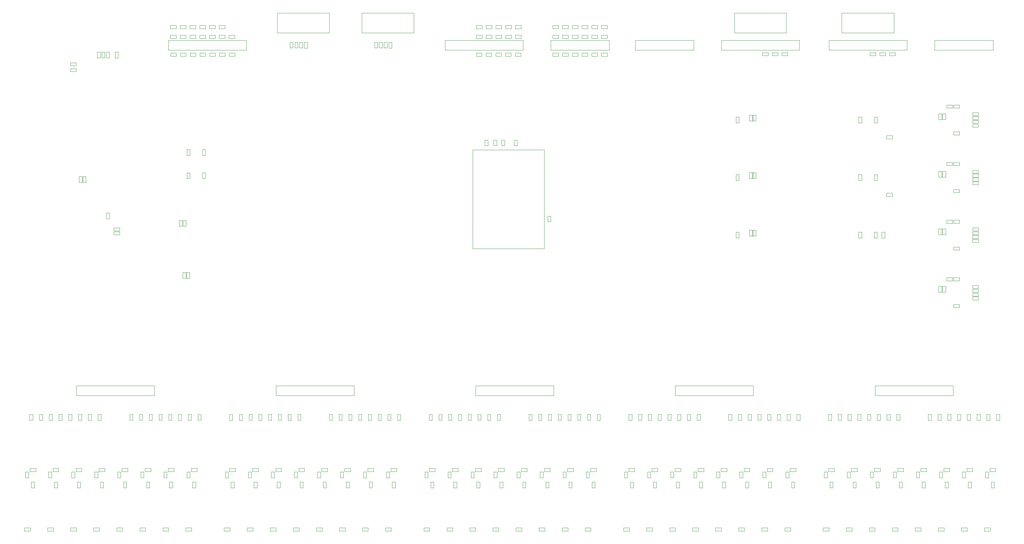
<source format=gbr>
%TF.GenerationSoftware,Altium Limited,Altium Designer,20.0.13 (296)*%
G04 Layer_Color=8388736*
%FSLAX26Y26*%
%MOIN*%
%TF.FileFunction,Other,Top_Assembly*%
%TF.Part,Single*%
G01*
G75*
%TA.AperFunction,NonConductor*%
%ADD57C,0.001968*%
D57*
X5268901Y212599D02*
Y244095D01*
X5209846Y212599D02*
Y244095D01*
Y212599D02*
X5268901D01*
X5209846Y244095D02*
X5268901D01*
X5505121Y212599D02*
Y244095D01*
X5446066Y212599D02*
Y244095D01*
Y212599D02*
X5505121D01*
X5446066Y244095D02*
X5505121D01*
X5741342Y212599D02*
Y244095D01*
X5682287Y212599D02*
Y244095D01*
Y212599D02*
X5741342D01*
X5682287Y244095D02*
X5741342D01*
X5977562Y212599D02*
Y244095D01*
X5918507Y212599D02*
Y244095D01*
Y212599D02*
X5977562D01*
X5918507Y244095D02*
X5977562D01*
X6371263Y212599D02*
Y244095D01*
X6312208Y212599D02*
Y244095D01*
Y212599D02*
X6371263D01*
X6312208Y244095D02*
X6371263D01*
X6607484Y212599D02*
Y244095D01*
X6548428Y212599D02*
Y244095D01*
Y212599D02*
X6607484D01*
X6548428Y244095D02*
X6607484D01*
X6843704Y212599D02*
Y244095D01*
X6784649Y212599D02*
Y244095D01*
Y212599D02*
X6843704D01*
X6784649Y244095D02*
X6843704D01*
X7079924Y212599D02*
Y244095D01*
X7020869Y212599D02*
Y244095D01*
Y212599D02*
X7079924D01*
X7020869Y244095D02*
X7079924D01*
X7316145Y212599D02*
Y244095D01*
X7257090Y212599D02*
Y244095D01*
Y212599D02*
X7316145D01*
X7257090Y244095D02*
X7316145D01*
X7552365Y212599D02*
Y244095D01*
X7493310Y212599D02*
Y244095D01*
Y212599D02*
X7552365D01*
X7493310Y244095D02*
X7552365D01*
X7788586Y212599D02*
Y244095D01*
X7729531Y212599D02*
Y244095D01*
Y212599D02*
X7788586D01*
X7729531Y244095D02*
X7788586D01*
X8024806Y212599D02*
Y244095D01*
X7965751Y212599D02*
Y244095D01*
Y212599D02*
X8024806D01*
X7965751Y244095D02*
X8024806D01*
X10072050Y212599D02*
Y244095D01*
X10012995Y212599D02*
Y244095D01*
Y212599D02*
X10072050D01*
X10012995Y244095D02*
X10072050D01*
X9835830Y212599D02*
Y244095D01*
X9776775Y212599D02*
Y244095D01*
Y212599D02*
X9835830D01*
X9776775Y244095D02*
X9835830D01*
X9599610Y212599D02*
Y244095D01*
X9540554Y212599D02*
Y244095D01*
Y212599D02*
X9599610D01*
X9540554Y244095D02*
X9599610D01*
X9363389Y212599D02*
Y244095D01*
X9304334Y212599D02*
Y244095D01*
Y212599D02*
X9363389D01*
X9304334Y244095D02*
X9363389D01*
X9127168Y212599D02*
Y244095D01*
X9068113Y212599D02*
Y244095D01*
Y212599D02*
X9127168D01*
X9068113Y244095D02*
X9127168D01*
X8890948Y212599D02*
Y244095D01*
X8831893Y212599D02*
Y244095D01*
Y212599D02*
X8890948D01*
X8831893Y244095D02*
X8890948D01*
X8654728Y212599D02*
Y244095D01*
X8595672Y212599D02*
Y244095D01*
Y212599D02*
X8654728D01*
X8595672Y244095D02*
X8654728D01*
X8418507Y212599D02*
Y244095D01*
X8359452Y212599D02*
Y244095D01*
Y212599D02*
X8418507D01*
X8359452Y244095D02*
X8418507D01*
X1795276Y3339764D02*
Y3398819D01*
X1826772Y3339764D02*
Y3398819D01*
X1795276Y3339764D02*
X1826772D01*
X1795276Y3398819D02*
X1826772D01*
X1755906D02*
X1787401D01*
X1755906Y3339764D02*
X1787401D01*
Y3398819D01*
X1755906Y3339764D02*
Y3398819D01*
X1834646Y3887008D02*
X1866142D01*
X1834646Y3827953D02*
X1866142D01*
Y3887008D01*
X1834646Y3827953D02*
Y3887008D01*
X2023622Y3828740D02*
Y3887795D01*
X1992126Y3828740D02*
Y3887795D01*
X2023622D01*
X1992126Y3828740D02*
X2023622D01*
Y4064961D02*
Y4124016D01*
X1992126Y4064961D02*
Y4124016D01*
X2023622D01*
X1992126Y4064961D02*
X2023622D01*
X1834646Y4124016D02*
X1866142D01*
X1834646Y4064961D02*
X1866142D01*
Y4124016D01*
X1834646Y4064961D02*
Y4124016D01*
X762205Y3789370D02*
Y3848425D01*
X730709Y3789370D02*
Y3848425D01*
X762205D01*
X730709Y3789370D02*
X762205D01*
X769291D02*
X800787D01*
X769291Y3848425D02*
X800787D01*
X769291Y3789370D02*
Y3848425D01*
X800787Y3789370D02*
Y3848425D01*
X1085827Y3283465D02*
X1144882D01*
X1085827Y3251968D02*
X1144882D01*
X1085827D02*
Y3283465D01*
X1144882Y3251968D02*
Y3283465D01*
X1085827Y3322835D02*
X1144882D01*
X1085827Y3291339D02*
X1144882D01*
X1085827D02*
Y3322835D01*
X1144882Y3291339D02*
Y3322835D01*
X1007874Y3416142D02*
X1039370D01*
X1007874Y3475197D02*
X1039370D01*
X1007874Y3416142D02*
Y3475197D01*
X1039370Y3416142D02*
Y3475197D01*
X7639370Y3238189D02*
X7670866D01*
X7639370Y3297244D02*
X7670866D01*
X7639370Y3238189D02*
Y3297244D01*
X7670866Y3238189D02*
Y3297244D01*
X7635433Y3238189D02*
Y3297244D01*
X7603937Y3238189D02*
Y3297244D01*
X7635433D01*
X7603937Y3238189D02*
X7635433D01*
X7464567Y3218504D02*
Y3277559D01*
X7496063Y3218504D02*
Y3277559D01*
X7464567Y3218504D02*
X7496063D01*
X7464567Y3277559D02*
X7496063D01*
X7639370Y3828740D02*
X7670866D01*
X7639370Y3887795D02*
X7670866D01*
X7639370Y3828740D02*
Y3887795D01*
X7670866Y3828740D02*
Y3887795D01*
X7635433Y3828740D02*
Y3887795D01*
X7603937Y3828740D02*
Y3887795D01*
X7635433D01*
X7603937Y3828740D02*
X7635433D01*
X7464567Y3809055D02*
Y3868110D01*
X7496063Y3809055D02*
Y3868110D01*
X7464567Y3809055D02*
X7496063D01*
X7464567Y3868110D02*
X7496063D01*
X7639370Y4419291D02*
X7670866D01*
X7639370Y4478346D02*
X7670866D01*
X7639370Y4419291D02*
Y4478346D01*
X7670866Y4419291D02*
Y4478346D01*
X7635433Y4419291D02*
Y4478346D01*
X7603937Y4419291D02*
Y4478346D01*
X7635433D01*
X7603937Y4419291D02*
X7635433D01*
X7464567Y4399606D02*
Y4458662D01*
X7496063Y4399606D02*
Y4458662D01*
X7464567Y4399606D02*
X7496063D01*
X7464567Y4458662D02*
X7496063D01*
X8724409Y3218504D02*
Y3277559D01*
X8755906Y3218504D02*
Y3277559D01*
X8724409Y3218504D02*
X8755906D01*
X8724409Y3277559D02*
X8755906D01*
X8881890Y3218504D02*
X8913386D01*
X8881890Y3277559D02*
X8913386D01*
X8881890Y3218504D02*
Y3277559D01*
X8913386Y3218504D02*
Y3277559D01*
X8992126Y3218504D02*
Y3277559D01*
X8960630Y3218504D02*
Y3277559D01*
X8992126D01*
X8960630Y3218504D02*
X8992126D01*
X8881890Y3809055D02*
X8913386D01*
X8881890Y3868110D02*
X8913386D01*
X8881890Y3809055D02*
Y3868110D01*
X8913386Y3809055D02*
Y3868110D01*
X8724409Y3809055D02*
Y3868110D01*
X8755906Y3809055D02*
Y3868110D01*
X8724409Y3809055D02*
X8755906D01*
X8724409Y3868110D02*
X8755906D01*
X8881890Y4399606D02*
X8913386D01*
X8881890Y4458662D02*
X8913386D01*
X8881890Y4399606D02*
Y4458662D01*
X8913386Y4399606D02*
Y4458662D01*
X8724409Y4399606D02*
Y4458662D01*
X8755906Y4399606D02*
Y4458662D01*
X8724409Y4399606D02*
X8755906D01*
X8724409Y4458662D02*
X8755906D01*
X9009055Y3645669D02*
X9068110D01*
X9009055Y3677165D02*
X9068110D01*
Y3645669D02*
Y3677165D01*
X9009055Y3645669D02*
Y3677165D01*
Y4236221D02*
X9068110D01*
X9009055Y4267717D02*
X9068110D01*
Y4236221D02*
Y4267717D01*
X9009055Y4236221D02*
Y4267717D01*
X9891732Y2614173D02*
X9950787D01*
X9891732Y2582677D02*
X9950787D01*
X9891732D02*
Y2614173D01*
X9950787Y2582677D02*
Y2614173D01*
X9891732Y2622047D02*
X9950787D01*
X9891732Y2653543D02*
X9950787D01*
Y2622047D02*
Y2653543D01*
X9891732Y2622047D02*
Y2653543D01*
Y2692913D02*
X9950787D01*
X9891732Y2661417D02*
X9950787D01*
X9891732D02*
Y2692913D01*
X9950787Y2661417D02*
Y2692913D01*
X9891732Y2732283D02*
X9950787D01*
X9891732Y2700787D02*
X9950787D01*
X9891732D02*
Y2732283D01*
X9950787Y2700787D02*
Y2732283D01*
X9891732Y3204724D02*
X9950787D01*
X9891732Y3173228D02*
X9950787D01*
X9891732D02*
Y3204724D01*
X9950787Y3173228D02*
Y3204724D01*
X9891732Y3212599D02*
X9950787D01*
X9891732Y3244095D02*
X9950787D01*
Y3212599D02*
Y3244095D01*
X9891732Y3212599D02*
Y3244095D01*
Y3283465D02*
X9950787D01*
X9891732Y3251968D02*
X9950787D01*
X9891732D02*
Y3283465D01*
X9950787Y3251968D02*
Y3283465D01*
X9891732Y3322835D02*
X9950787D01*
X9891732Y3291339D02*
X9950787D01*
X9891732D02*
Y3322835D01*
X9950787Y3291339D02*
Y3322835D01*
X9891732Y3795276D02*
X9950787D01*
X9891732Y3763780D02*
X9950787D01*
X9891732D02*
Y3795276D01*
X9950787Y3763780D02*
Y3795276D01*
X9891732Y3803150D02*
X9950787D01*
X9891732Y3834646D02*
X9950787D01*
Y3803150D02*
Y3834646D01*
X9891732Y3803150D02*
Y3834646D01*
Y3874016D02*
X9950787D01*
X9891732Y3842520D02*
X9950787D01*
X9891732D02*
Y3874016D01*
X9950787Y3842520D02*
Y3874016D01*
X9891732Y3913386D02*
X9950787D01*
X9891732Y3881890D02*
X9950787D01*
X9891732D02*
Y3913386D01*
X9950787Y3881890D02*
Y3913386D01*
X9695472Y3685039D02*
X9754528D01*
X9695472Y3716535D02*
X9754528D01*
Y3685039D02*
Y3716535D01*
X9695472Y3685039D02*
Y3716535D01*
Y3094488D02*
X9754528D01*
X9695472Y3125984D02*
X9754528D01*
Y3094488D02*
Y3125984D01*
X9695472Y3094488D02*
Y3125984D01*
Y2503937D02*
X9754528D01*
X9695472Y2535433D02*
X9754528D01*
Y2503937D02*
Y2535433D01*
X9695472Y2503937D02*
Y2535433D01*
Y2779528D02*
X9754528D01*
X9695472Y2811024D02*
X9754528D01*
Y2779528D02*
Y2811024D01*
X9695472Y2779528D02*
Y2811024D01*
Y3370079D02*
X9754528D01*
X9695472Y3401575D02*
X9754528D01*
Y3370079D02*
Y3401575D01*
X9695472Y3370079D02*
Y3401575D01*
Y3960630D02*
X9754528D01*
X9695472Y3992126D02*
X9754528D01*
Y3960630D02*
Y3992126D01*
X9695472Y3960630D02*
Y3992126D01*
X9584252Y2662205D02*
X9615748D01*
X9584252Y2721260D02*
X9615748D01*
X9584252Y2662205D02*
Y2721260D01*
X9615748Y2662205D02*
Y2721260D01*
X9584252Y3252756D02*
X9615748D01*
X9584252Y3311811D02*
X9615748D01*
X9584252Y3252756D02*
Y3311811D01*
X9615748Y3252756D02*
Y3311811D01*
X9584252Y3843307D02*
X9615748D01*
X9584252Y3902362D02*
X9615748D01*
X9584252Y3843307D02*
Y3902362D01*
X9615748Y3843307D02*
Y3902362D01*
X9686496Y3960630D02*
Y3992126D01*
X9627441Y3960630D02*
Y3992126D01*
Y3960630D02*
X9686496D01*
X9627441Y3992126D02*
X9686496D01*
Y3370079D02*
Y3401575D01*
X9627441Y3370079D02*
Y3401575D01*
Y3370079D02*
X9686496D01*
X9627441Y3401575D02*
X9686496D01*
Y2779528D02*
Y2811024D01*
X9627441Y2779528D02*
Y2811024D01*
Y2779528D02*
X9686496D01*
X9627441Y2811024D02*
X9686496D01*
X9575748Y2661417D02*
Y2720472D01*
X9544252Y2661417D02*
Y2720472D01*
X9575748D01*
X9544252Y2661417D02*
X9575748D01*
Y3251968D02*
Y3311024D01*
X9544252Y3251968D02*
Y3311024D01*
X9575748D01*
X9544252Y3251968D02*
X9575748D01*
Y3842520D02*
Y3901575D01*
X9544252Y3842520D02*
Y3901575D01*
X9575748D01*
X9544252Y3842520D02*
X9575748D01*
Y4433071D02*
Y4492126D01*
X9544252Y4433071D02*
Y4492126D01*
X9575748D01*
X9544252Y4433071D02*
X9575748D01*
X9584252Y4433858D02*
X9615748D01*
X9584252Y4492913D02*
X9615748D01*
X9584252Y4433858D02*
Y4492913D01*
X9615748Y4433858D02*
Y4492913D01*
X9695472Y4275591D02*
X9754528D01*
X9695472Y4307087D02*
X9754528D01*
Y4275591D02*
Y4307087D01*
X9695472Y4275591D02*
Y4307087D01*
Y4551181D02*
X9754528D01*
X9695472Y4582677D02*
X9754528D01*
Y4551181D02*
Y4582677D01*
X9695472Y4551181D02*
Y4582677D01*
X9686496Y4551181D02*
Y4582677D01*
X9627441Y4551181D02*
Y4582677D01*
Y4551181D02*
X9686496D01*
X9627441Y4582677D02*
X9686496D01*
X9891732Y4385827D02*
X9950787D01*
X9891732Y4354331D02*
X9950787D01*
X9891732D02*
Y4385827D01*
X9950787Y4354331D02*
Y4385827D01*
X9891732Y4393701D02*
X9950787D01*
X9891732Y4425197D02*
X9950787D01*
Y4393701D02*
Y4425197D01*
X9891732Y4393701D02*
Y4425197D01*
Y4464567D02*
X9950787D01*
X9891732Y4433071D02*
X9950787D01*
X9891732D02*
Y4464567D01*
X9950787Y4433071D02*
Y4464567D01*
X9891732Y4503937D02*
X9950787D01*
X9891732Y4472441D02*
X9950787D01*
X9891732D02*
Y4503937D01*
X9950787Y4472441D02*
Y4503937D01*
X7032283Y5146850D02*
Y5246850D01*
X6432283Y5146850D02*
Y5246850D01*
Y5146850D02*
X7032283D01*
X6432283Y5246850D02*
X7032283D01*
X6166142Y5146850D02*
Y5246850D01*
X5566142Y5146850D02*
Y5246850D01*
Y5146850D02*
X6166142D01*
X5566142Y5246850D02*
X6166142D01*
X5281890Y5146850D02*
Y5246850D01*
X4481890Y5146850D02*
Y5246850D01*
Y5146850D02*
X5281890D01*
X4481890Y5246850D02*
X5281890D01*
X3905921Y5166535D02*
Y5225591D01*
X3937417Y5166535D02*
Y5225591D01*
X3905921Y5166535D02*
X3937417D01*
X3905921Y5225591D02*
X3937417D01*
X3856709Y5167323D02*
X3888205D01*
X3856709Y5226378D02*
X3888205D01*
X3856709Y5167323D02*
Y5226378D01*
X3888205Y5167323D02*
Y5226378D01*
X3807496Y5167323D02*
X3838992D01*
X3807496Y5226378D02*
X3838992D01*
X3807496Y5167323D02*
Y5226378D01*
X3838992Y5167323D02*
Y5226378D01*
X3758284Y5167323D02*
Y5226378D01*
X3789780Y5167323D02*
Y5226378D01*
X3758284Y5167323D02*
X3789780D01*
X3758284Y5226378D02*
X3789780D01*
X3039780Y5166535D02*
Y5225591D01*
X3071276Y5166535D02*
Y5225591D01*
X3039780Y5166535D02*
X3071276D01*
X3039780Y5225591D02*
X3071276D01*
X2990567Y5167323D02*
X3022063D01*
X2990567Y5226378D02*
X3022063D01*
X2990567Y5167323D02*
Y5226378D01*
X3022063Y5167323D02*
Y5226378D01*
X2941354Y5167323D02*
X2972850D01*
X2941354Y5226378D02*
X2972850D01*
X2941354Y5167323D02*
Y5226378D01*
X2972850Y5167323D02*
Y5226378D01*
X2892142Y5167323D02*
Y5226378D01*
X2923638Y5167323D02*
Y5226378D01*
X2892142Y5167323D02*
X2923638D01*
X2892142Y5226378D02*
X2923638D01*
X3629638Y5526575D02*
X4163638D01*
X3629638Y5323575D02*
X4163638D01*
X3629638D02*
Y5526575D01*
X4163638Y5323575D02*
Y5526575D01*
X2763496D02*
X3297496D01*
X2763496Y5323575D02*
X3297496D01*
X2763496D02*
Y5526575D01*
X3297496Y5323575D02*
Y5526575D01*
X10103150Y5146850D02*
Y5246850D01*
X9503150Y5146850D02*
Y5246850D01*
Y5146850D02*
X10103150D01*
X9503150Y5246850D02*
X10103150D01*
X8550898Y5526575D02*
X9084898D01*
X8550898Y5323575D02*
X9084898D01*
X8550898D02*
Y5526575D01*
X9084898Y5323575D02*
Y5526575D01*
X8418898Y5146850D02*
Y5246850D01*
X9218898Y5146850D02*
Y5246850D01*
X8418898D02*
X9218898D01*
X8418898Y5146850D02*
X9218898D01*
X7448535Y5526575D02*
X7982535D01*
X7448535Y5323575D02*
X7982535D01*
X7448535D02*
Y5526575D01*
X7982535Y5323575D02*
Y5526575D01*
X7737008Y5118776D02*
X7796063D01*
X7737008Y5087280D02*
X7796063D01*
X7737008D02*
Y5118776D01*
X7796063Y5087280D02*
Y5118776D01*
X7837008D02*
X7896063D01*
X7837008Y5087280D02*
X7896063D01*
X7837008D02*
Y5118776D01*
X7896063Y5087280D02*
Y5118776D01*
X7937008D02*
X7996063D01*
X7937008Y5087280D02*
X7996063D01*
X7937008D02*
Y5118776D01*
X7996063Y5087280D02*
Y5118776D01*
X7316535Y5146850D02*
Y5246850D01*
X8116535Y5146850D02*
Y5246850D01*
X7316535D02*
X8116535D01*
X7316535Y5146850D02*
X8116535D01*
X1832284Y2864528D02*
X1863780D01*
X1832284Y2805472D02*
X1863780D01*
Y2864528D01*
X1832284Y2805472D02*
Y2864528D01*
X1793701Y2805472D02*
Y2864528D01*
X1825197Y2805472D02*
Y2864528D01*
X1793701Y2805472D02*
X1825197D01*
X1793701Y2864528D02*
X1825197D01*
X2749606Y1603543D02*
Y1703543D01*
X3549606Y1603543D02*
Y1703543D01*
X2749606D02*
X3549606D01*
X2749606Y1603543D02*
X3549606D01*
X4796850D02*
Y1703543D01*
X5596850Y1603543D02*
Y1703543D01*
X4796850D02*
X5596850D01*
X4796850Y1603543D02*
X5596850D01*
X6844095D02*
Y1703543D01*
X7644095Y1603543D02*
Y1703543D01*
X6844095D02*
X7644095D01*
X6844095Y1603543D02*
X7644095D01*
X8891339D02*
Y1703543D01*
X9691339Y1603543D02*
Y1703543D01*
X8891339D02*
X9691339D01*
X8891339Y1603543D02*
X9691339D01*
X702362D02*
Y1703543D01*
X1502362Y1603543D02*
Y1703543D01*
X702362D02*
X1502362D01*
X702362Y1603543D02*
X1502362D01*
X1768504Y5082677D02*
X1827559D01*
X1768504Y5114173D02*
X1827559D01*
Y5082677D02*
Y5114173D01*
X1768504Y5082677D02*
Y5114173D01*
X1668504Y5082677D02*
X1727559D01*
X1668504Y5114173D02*
X1727559D01*
Y5082677D02*
Y5114173D01*
X1668504Y5082677D02*
Y5114173D01*
X1667717Y5366181D02*
Y5397677D01*
X1726772Y5366181D02*
Y5397677D01*
X1667717D02*
X1726772D01*
X1667717Y5366181D02*
X1726772D01*
X1667717Y5297677D02*
X1726772D01*
X1667717Y5266181D02*
X1726772D01*
X1667717D02*
Y5297677D01*
X1726772Y5266181D02*
Y5297677D01*
X1647244Y5146850D02*
Y5246850D01*
X2447244Y5146850D02*
Y5246850D01*
X1647244D02*
X2447244D01*
X1647244Y5146850D02*
X2447244D01*
X1098425Y5065413D02*
Y5124468D01*
X1129921Y5065413D02*
Y5124468D01*
X1098425Y5065413D02*
X1129921D01*
X1098425Y5124468D02*
X1129921D01*
X1039370Y5065413D02*
Y5124468D01*
X1007874Y5065413D02*
Y5124468D01*
X1039370D01*
X1007874Y5065413D02*
X1039370D01*
X962598D02*
Y5124468D01*
X994094Y5065413D02*
Y5124468D01*
X962598Y5065413D02*
X994094D01*
X962598Y5124468D02*
X994094D01*
X917323Y5065413D02*
Y5124468D01*
X948819Y5065413D02*
Y5124468D01*
X917323Y5065413D02*
X948819D01*
X917323Y5124468D02*
X948819D01*
X5535354Y3384528D02*
Y3443583D01*
X5566850Y3384528D02*
Y3443583D01*
X5535354Y3384528D02*
X5566850D01*
X5535354Y3443583D02*
X5566850D01*
X4764661Y3108472D02*
Y4120472D01*
X5500661Y3108472D02*
Y4120472D01*
X4764661Y3108472D02*
X5500661D01*
X4764661Y4120472D02*
X5500661D01*
X4890472Y4164055D02*
Y4223110D01*
X4921968Y4164055D02*
Y4223110D01*
X4890472Y4164055D02*
X4921968D01*
X4890472Y4223110D02*
X4921968D01*
X4980236Y4164055D02*
Y4223110D01*
X5011732Y4164055D02*
Y4223110D01*
X4980236Y4164055D02*
X5011732D01*
X4980236Y4223110D02*
X5011732D01*
X5062913Y4164055D02*
Y4223110D01*
X5094409Y4164055D02*
Y4223110D01*
X5062913Y4164055D02*
X5094409D01*
X5062913Y4223110D02*
X5094409D01*
X5190472Y4164055D02*
Y4223110D01*
X5221968Y4164055D02*
Y4223110D01*
X5190472Y4164055D02*
X5221968D01*
X5190472Y4223110D02*
X5221968D01*
X3173228Y759213D02*
Y818268D01*
X3204724Y759213D02*
Y818268D01*
X3173228Y759213D02*
X3204724D01*
X3173228Y818268D02*
X3204724D01*
X3409449Y759213D02*
Y818268D01*
X3440945Y759213D02*
Y818268D01*
X3409449Y759213D02*
X3440945D01*
X3409449Y818268D02*
X3440945D01*
X3645669Y759213D02*
Y818268D01*
X3677165Y759213D02*
Y818268D01*
X3645669Y759213D02*
X3677165D01*
X3645669Y818268D02*
X3677165D01*
X3881890Y759213D02*
Y818268D01*
X3913386Y759213D02*
Y818268D01*
X3881890Y759213D02*
X3913386D01*
X3881890Y818268D02*
X3913386D01*
X2228347Y759213D02*
Y818268D01*
X2259843Y759213D02*
Y818268D01*
X2228347Y759213D02*
X2259843D01*
X2228347Y818268D02*
X2259843D01*
X2464567Y759213D02*
Y818268D01*
X2496063Y759213D02*
Y818268D01*
X2464567Y759213D02*
X2496063D01*
X2464567Y818268D02*
X2496063D01*
X2700787Y759213D02*
Y818268D01*
X2732283Y759213D02*
Y818268D01*
X2700787Y759213D02*
X2732283D01*
X2700787Y818268D02*
X2732283D01*
X2937008Y759213D02*
Y818268D01*
X2968504Y759213D02*
Y818268D01*
X2937008Y759213D02*
X2968504D01*
X2937008Y818268D02*
X2968504D01*
X5220472Y759213D02*
Y818268D01*
X5251968Y759213D02*
Y818268D01*
X5220472Y759213D02*
X5251968D01*
X5220472Y818268D02*
X5251968D01*
X5456693Y759213D02*
Y818268D01*
X5488189Y759213D02*
Y818268D01*
X5456693Y759213D02*
X5488189D01*
X5456693Y818268D02*
X5488189D01*
X5692913Y759213D02*
Y818268D01*
X5724409Y759213D02*
Y818268D01*
X5692913Y759213D02*
X5724409D01*
X5692913Y818268D02*
X5724409D01*
X5929134Y759213D02*
Y818268D01*
X5960630Y759213D02*
Y818268D01*
X5929134Y759213D02*
X5960630D01*
X5929134Y818268D02*
X5960630D01*
X4275591Y759213D02*
Y818268D01*
X4307087Y759213D02*
Y818268D01*
X4275591Y759213D02*
X4307087D01*
X4275591Y818268D02*
X4307087D01*
X4511811Y759213D02*
Y818268D01*
X4543307Y759213D02*
Y818268D01*
X4511811Y759213D02*
X4543307D01*
X4511811Y818268D02*
X4543307D01*
X4748032Y759213D02*
Y818268D01*
X4779528Y759213D02*
Y818268D01*
X4748032Y759213D02*
X4779528D01*
X4748032Y818268D02*
X4779528D01*
X4984252Y759213D02*
Y818268D01*
X5015748Y759213D02*
Y818268D01*
X4984252Y759213D02*
X5015748D01*
X4984252Y818268D02*
X5015748D01*
X7267717Y759213D02*
Y818268D01*
X7299213Y759213D02*
Y818268D01*
X7267717Y759213D02*
X7299213D01*
X7267717Y818268D02*
X7299213D01*
X7503937Y759213D02*
Y818268D01*
X7535433Y759213D02*
Y818268D01*
X7503937Y759213D02*
X7535433D01*
X7503937Y818268D02*
X7535433D01*
X7740158Y759213D02*
Y818268D01*
X7771654Y759213D02*
Y818268D01*
X7740158Y759213D02*
X7771654D01*
X7740158Y818268D02*
X7771654D01*
X7976378Y759213D02*
Y818268D01*
X8007874Y759213D02*
Y818268D01*
X7976378Y759213D02*
X8007874D01*
X7976378Y818268D02*
X8007874D01*
X6322835Y759213D02*
Y818268D01*
X6354331Y759213D02*
Y818268D01*
X6322835Y759213D02*
X6354331D01*
X6322835Y818268D02*
X6354331D01*
X6559055Y759213D02*
Y818268D01*
X6590551Y759213D02*
Y818268D01*
X6559055Y759213D02*
X6590551D01*
X6559055Y818268D02*
X6590551D01*
X6795276Y759213D02*
Y818268D01*
X6826772Y759213D02*
Y818268D01*
X6795276Y759213D02*
X6826772D01*
X6795276Y818268D02*
X6826772D01*
X7031496Y759213D02*
Y818268D01*
X7062992Y759213D02*
Y818268D01*
X7031496Y759213D02*
X7062992D01*
X7031496Y818268D02*
X7062992D01*
X9314961Y759213D02*
Y818268D01*
X9346457Y759213D02*
Y818268D01*
X9314961Y759213D02*
X9346457D01*
X9314961Y818268D02*
X9346457D01*
X9551181Y759213D02*
Y818268D01*
X9582677Y759213D02*
Y818268D01*
X9551181Y759213D02*
X9582677D01*
X9551181Y818268D02*
X9582677D01*
X9787402Y759213D02*
Y818268D01*
X9818898Y759213D02*
Y818268D01*
X9787402Y759213D02*
X9818898D01*
X9787402Y818268D02*
X9818898D01*
X10023622Y759213D02*
Y818268D01*
X10055118Y759213D02*
Y818268D01*
X10023622Y759213D02*
X10055118D01*
X10023622Y818268D02*
X10055118D01*
X8370079Y759213D02*
Y818268D01*
X8401575Y759213D02*
Y818268D01*
X8370079Y759213D02*
X8401575D01*
X8370079Y818268D02*
X8401575D01*
X8606299Y759213D02*
Y818268D01*
X8637795Y759213D02*
Y818268D01*
X8606299Y759213D02*
X8637795D01*
X8606299Y818268D02*
X8637795D01*
X8842520Y759213D02*
Y818268D01*
X8874016Y759213D02*
Y818268D01*
X8842520Y759213D02*
X8874016D01*
X8842520Y818268D02*
X8874016D01*
X9078740Y759213D02*
Y818268D01*
X9110236Y759213D02*
Y818268D01*
X9078740Y759213D02*
X9110236D01*
X9078740Y818268D02*
X9110236D01*
X3276772Y822992D02*
Y854488D01*
X3217716Y822992D02*
Y854488D01*
Y822992D02*
X3276772D01*
X3217716Y854488D02*
X3276772D01*
X3512992Y822992D02*
Y854488D01*
X3453937Y822992D02*
Y854488D01*
Y822992D02*
X3512992D01*
X3453937Y854488D02*
X3512992D01*
X3749213Y822992D02*
Y854488D01*
X3690157Y822992D02*
Y854488D01*
Y822992D02*
X3749213D01*
X3690157Y854488D02*
X3749213D01*
X3985433Y822992D02*
Y854488D01*
X3926378Y822992D02*
Y854488D01*
Y822992D02*
X3985433D01*
X3926378Y854488D02*
X3985433D01*
X2331890Y822992D02*
Y854488D01*
X2272835Y822992D02*
Y854488D01*
Y822992D02*
X2331890D01*
X2272835Y854488D02*
X2331890D01*
X2568110Y822992D02*
Y854488D01*
X2509055Y822992D02*
Y854488D01*
Y822992D02*
X2568110D01*
X2509055Y854488D02*
X2568110D01*
X2804331Y822992D02*
Y854488D01*
X2745276Y822992D02*
Y854488D01*
Y822992D02*
X2804331D01*
X2745276Y854488D02*
X2804331D01*
X3040551Y822992D02*
Y854488D01*
X2981496Y822992D02*
Y854488D01*
Y822992D02*
X3040551D01*
X2981496Y854488D02*
X3040551D01*
X5324016Y822992D02*
Y854488D01*
X5264961Y822992D02*
Y854488D01*
Y822992D02*
X5324016D01*
X5264961Y854488D02*
X5324016D01*
X5560236Y822992D02*
Y854488D01*
X5501181Y822992D02*
Y854488D01*
Y822992D02*
X5560236D01*
X5501181Y854488D02*
X5560236D01*
X5796457Y822992D02*
Y854488D01*
X5737401Y822992D02*
Y854488D01*
Y822992D02*
X5796457D01*
X5737401Y854488D02*
X5796457D01*
X6032677Y822992D02*
Y854488D01*
X5973622Y822992D02*
Y854488D01*
Y822992D02*
X6032677D01*
X5973622Y854488D02*
X6032677D01*
X4379134Y822992D02*
Y854488D01*
X4320079Y822992D02*
Y854488D01*
Y822992D02*
X4379134D01*
X4320079Y854488D02*
X4379134D01*
X4615354Y822992D02*
Y854488D01*
X4556299Y822992D02*
Y854488D01*
Y822992D02*
X4615354D01*
X4556299Y854488D02*
X4615354D01*
X4851575Y822992D02*
Y854488D01*
X4792520Y822992D02*
Y854488D01*
Y822992D02*
X4851575D01*
X4792520Y854488D02*
X4851575D01*
X5087795Y822992D02*
Y854488D01*
X5028740Y822992D02*
Y854488D01*
Y822992D02*
X5087795D01*
X5028740Y854488D02*
X5087795D01*
X7371260Y822992D02*
Y854488D01*
X7312205Y822992D02*
Y854488D01*
Y822992D02*
X7371260D01*
X7312205Y854488D02*
X7371260D01*
X7607480Y822992D02*
Y854488D01*
X7548425Y822992D02*
Y854488D01*
Y822992D02*
X7607480D01*
X7548425Y854488D02*
X7607480D01*
X7843701Y822992D02*
Y854488D01*
X7784646Y822992D02*
Y854488D01*
Y822992D02*
X7843701D01*
X7784646Y854488D02*
X7843701D01*
X8079921Y822992D02*
Y854488D01*
X8020866Y822992D02*
Y854488D01*
Y822992D02*
X8079921D01*
X8020866Y854488D02*
X8079921D01*
X6426378Y822992D02*
Y854488D01*
X6367323Y822992D02*
Y854488D01*
Y822992D02*
X6426378D01*
X6367323Y854488D02*
X6426378D01*
X6662599Y822992D02*
Y854488D01*
X6603543Y822992D02*
Y854488D01*
Y822992D02*
X6662599D01*
X6603543Y854488D02*
X6662599D01*
X6898819Y822992D02*
Y854488D01*
X6839764Y822992D02*
Y854488D01*
Y822992D02*
X6898819D01*
X6839764Y854488D02*
X6898819D01*
X7135039Y822992D02*
Y854488D01*
X7075984Y822992D02*
Y854488D01*
Y822992D02*
X7135039D01*
X7075984Y854488D02*
X7135039D01*
X9418504Y822992D02*
Y854488D01*
X9359449Y822992D02*
Y854488D01*
Y822992D02*
X9418504D01*
X9359449Y854488D02*
X9418504D01*
X9654725Y822992D02*
Y854488D01*
X9595669Y822992D02*
Y854488D01*
Y822992D02*
X9654725D01*
X9595669Y854488D02*
X9654725D01*
X9890945Y822992D02*
Y854488D01*
X9831890Y822992D02*
Y854488D01*
Y822992D02*
X9890945D01*
X9831890Y854488D02*
X9890945D01*
X10127165Y822992D02*
Y854488D01*
X10068110Y822992D02*
Y854488D01*
Y822992D02*
X10127165D01*
X10068110Y854488D02*
X10127165D01*
X8473622Y822992D02*
Y854488D01*
X8414567Y822992D02*
Y854488D01*
Y822992D02*
X8473622D01*
X8414567Y854488D02*
X8473622D01*
X8709843Y822992D02*
Y854488D01*
X8650787Y822992D02*
Y854488D01*
Y822992D02*
X8709843D01*
X8650787Y854488D02*
X8709843D01*
X8946063Y822992D02*
Y854488D01*
X8887008Y822992D02*
Y854488D01*
Y822992D02*
X8946063D01*
X8887008Y854488D02*
X8946063D01*
X9182283Y822992D02*
Y854488D01*
X9123228Y822992D02*
Y854488D01*
Y822992D02*
X9182283D01*
X9123228Y854488D02*
X9182283D01*
X9405512Y655472D02*
Y714528D01*
X9374016Y655472D02*
Y714528D01*
X9405512D01*
X9374016Y655472D02*
X9405512D01*
X9641732D02*
Y714528D01*
X9610236Y655472D02*
Y714528D01*
X9641732D01*
X9610236Y655472D02*
X9641732D01*
X9877953D02*
Y714528D01*
X9846457Y655472D02*
Y714528D01*
X9877953D01*
X9846457Y655472D02*
X9877953D01*
X10114173D02*
Y714528D01*
X10082677Y655472D02*
Y714528D01*
X10114173D01*
X10082677Y655472D02*
X10114173D01*
X8460630D02*
Y714528D01*
X8429134Y655472D02*
Y714528D01*
X8460630D01*
X8429134Y655472D02*
X8460630D01*
X8696850D02*
Y714528D01*
X8665354Y655472D02*
Y714528D01*
X8696850D01*
X8665354Y655472D02*
X8696850D01*
X8933071D02*
Y714528D01*
X8901575Y655472D02*
Y714528D01*
X8933071D01*
X8901575Y655472D02*
X8933071D01*
X9169291D02*
Y714528D01*
X9137795Y655472D02*
Y714528D01*
X9169291D01*
X9137795Y655472D02*
X9169291D01*
X7358268D02*
Y714528D01*
X7326772Y655472D02*
Y714528D01*
X7358268D01*
X7326772Y655472D02*
X7358268D01*
X7594488D02*
Y714528D01*
X7562992Y655472D02*
Y714528D01*
X7594488D01*
X7562992Y655472D02*
X7594488D01*
X7830709D02*
Y714528D01*
X7799213Y655472D02*
Y714528D01*
X7830709D01*
X7799213Y655472D02*
X7830709D01*
X8066929D02*
Y714528D01*
X8035433Y655472D02*
Y714528D01*
X8066929D01*
X8035433Y655472D02*
X8066929D01*
X6413386D02*
Y714528D01*
X6381890Y655472D02*
Y714528D01*
X6413386D01*
X6381890Y655472D02*
X6413386D01*
X6649606D02*
Y714528D01*
X6618110Y655472D02*
Y714528D01*
X6649606D01*
X6618110Y655472D02*
X6649606D01*
X6885827D02*
Y714528D01*
X6854331Y655472D02*
Y714528D01*
X6885827D01*
X6854331Y655472D02*
X6885827D01*
X7122047D02*
Y714528D01*
X7090551Y655472D02*
Y714528D01*
X7122047D01*
X7090551Y655472D02*
X7122047D01*
X5311024D02*
Y714528D01*
X5279528Y655472D02*
Y714528D01*
X5311024D01*
X5279528Y655472D02*
X5311024D01*
X5547244D02*
Y714528D01*
X5515748Y655472D02*
Y714528D01*
X5547244D01*
X5515748Y655472D02*
X5547244D01*
X5783465D02*
Y714528D01*
X5751968Y655472D02*
Y714528D01*
X5783465D01*
X5751968Y655472D02*
X5783465D01*
X6019685D02*
Y714528D01*
X5988189Y655472D02*
Y714528D01*
X6019685D01*
X5988189Y655472D02*
X6019685D01*
X4366142D02*
Y714528D01*
X4334646Y655472D02*
Y714528D01*
X4366142D01*
X4334646Y655472D02*
X4366142D01*
X4602362D02*
Y714528D01*
X4570866Y655472D02*
Y714528D01*
X4602362D01*
X4570866Y655472D02*
X4602362D01*
X4838583D02*
Y714528D01*
X4807087Y655472D02*
Y714528D01*
X4838583D01*
X4807087Y655472D02*
X4838583D01*
X5074803D02*
Y714528D01*
X5043307Y655472D02*
Y714528D01*
X5074803D01*
X5043307Y655472D02*
X5074803D01*
X3263780D02*
Y714528D01*
X3232284Y655472D02*
Y714528D01*
X3263780D01*
X3232284Y655472D02*
X3263780D01*
X3500000D02*
Y714528D01*
X3468504Y655472D02*
Y714528D01*
X3500000D01*
X3468504Y655472D02*
X3500000D01*
X3736220D02*
Y714528D01*
X3704724Y655472D02*
Y714528D01*
X3736220D01*
X3704724Y655472D02*
X3736220D01*
X3972441D02*
Y714528D01*
X3940945Y655472D02*
Y714528D01*
X3972441D01*
X3940945Y655472D02*
X3972441D01*
X2318898D02*
Y714528D01*
X2287402Y655472D02*
Y714528D01*
X2318898D01*
X2287402Y655472D02*
X2318898D01*
X2555118D02*
Y714528D01*
X2523622Y655472D02*
Y714528D01*
X2555118D01*
X2523622Y655472D02*
X2555118D01*
X2791338D02*
Y714528D01*
X2759843Y655472D02*
Y714528D01*
X2791338D01*
X2759843Y655472D02*
X2791338D01*
X3027559D02*
Y714528D01*
X2996063Y655472D02*
Y714528D01*
X3027559D01*
X2996063Y655472D02*
X3027559D01*
X417323Y759213D02*
Y818268D01*
X448819Y759213D02*
Y818268D01*
X417323Y759213D02*
X448819D01*
X417323Y818268D02*
X448819D01*
X653543Y759213D02*
Y818268D01*
X685039Y759213D02*
Y818268D01*
X653543Y759213D02*
X685039D01*
X653543Y818268D02*
X685039D01*
X889764Y759213D02*
Y818268D01*
X921260Y759213D02*
Y818268D01*
X889764Y759213D02*
X921260D01*
X889764Y818268D02*
X921260D01*
X1125984Y759213D02*
Y818268D01*
X1157480Y759213D02*
Y818268D01*
X1125984Y759213D02*
X1157480D01*
X1125984Y818268D02*
X1157480D01*
X1362205Y759213D02*
Y818268D01*
X1393701Y759213D02*
Y818268D01*
X1362205Y759213D02*
X1393701D01*
X1362205Y818268D02*
X1393701D01*
X1598425Y759213D02*
Y818268D01*
X1629921Y759213D02*
Y818268D01*
X1598425Y759213D02*
X1629921D01*
X1598425Y818268D02*
X1629921D01*
X1834646Y759213D02*
Y818268D01*
X1866142Y759213D02*
Y818268D01*
X1834646Y759213D02*
X1866142D01*
X1834646Y818268D02*
X1866142D01*
X520866Y822992D02*
Y854488D01*
X461811Y822992D02*
Y854488D01*
Y822992D02*
X520866D01*
X461811Y854488D02*
X520866D01*
X757087Y822992D02*
Y854488D01*
X698032Y822992D02*
Y854488D01*
Y822992D02*
X757087D01*
X698032Y854488D02*
X757087D01*
X993307Y822992D02*
Y854488D01*
X934252Y822992D02*
Y854488D01*
Y822992D02*
X993307D01*
X934252Y854488D02*
X993307D01*
X1229528Y822992D02*
Y854488D01*
X1170472Y822992D02*
Y854488D01*
Y822992D02*
X1229528D01*
X1170472Y854488D02*
X1229528D01*
X1465748Y822992D02*
Y854488D01*
X1406693Y822992D02*
Y854488D01*
Y822992D02*
X1465748D01*
X1406693Y854488D02*
X1465748D01*
X1701968Y822992D02*
Y854488D01*
X1642913Y822992D02*
Y854488D01*
Y822992D02*
X1701968D01*
X1642913Y854488D02*
X1701968D01*
X1938189Y822992D02*
Y854488D01*
X1879134Y822992D02*
Y854488D01*
Y822992D02*
X1938189D01*
X1879134Y854488D02*
X1938189D01*
X507874Y655472D02*
Y714528D01*
X476378Y655472D02*
Y714528D01*
X507874D01*
X476378Y655472D02*
X507874D01*
X744095D02*
Y714528D01*
X712598Y655472D02*
Y714528D01*
X744095D01*
X712598Y655472D02*
X744095D01*
X980315D02*
Y714528D01*
X948819Y655472D02*
Y714528D01*
X980315D01*
X948819Y655472D02*
X980315D01*
X1216535D02*
Y714528D01*
X1185039Y655472D02*
Y714528D01*
X1216535D01*
X1185039Y655472D02*
X1216535D01*
X1452756D02*
Y714528D01*
X1421260Y655472D02*
Y714528D01*
X1452756D01*
X1421260Y655472D02*
X1452756D01*
X1688976D02*
Y714528D01*
X1657480Y655472D02*
Y714528D01*
X1688976D01*
X1657480Y655472D02*
X1688976D01*
X1925197D02*
Y714528D01*
X1893701Y655472D02*
Y714528D01*
X1925197D01*
X1893701Y655472D02*
X1925197D01*
X181102Y759213D02*
Y818268D01*
X212598Y759213D02*
Y818268D01*
X181102Y759213D02*
X212598D01*
X181102Y818268D02*
X212598D01*
X285433Y822992D02*
Y854488D01*
X226378Y822992D02*
Y854488D01*
Y822992D02*
X285433D01*
X226378Y854488D02*
X285433D01*
X271654Y655472D02*
Y714528D01*
X240157Y655472D02*
Y714528D01*
X271654D01*
X240157Y655472D02*
X271654D01*
X2217720Y244095D02*
X2276775D01*
X2217720Y212599D02*
X2276775D01*
X2217720D02*
Y244095D01*
X2276775Y212599D02*
Y244095D01*
X2453940D02*
X2512995D01*
X2453940Y212599D02*
X2512995D01*
X2453940D02*
Y244095D01*
X2512995Y212599D02*
Y244095D01*
X2690161D02*
X2749216D01*
X2690161Y212599D02*
X2749216D01*
X2690161D02*
Y244095D01*
X2749216Y212599D02*
Y244095D01*
X2926381D02*
X2985436D01*
X2926381Y212599D02*
X2985436D01*
X2926381D02*
Y244095D01*
X2985436Y212599D02*
Y244095D01*
X3162602D02*
X3221657D01*
X3162602Y212599D02*
X3221657D01*
X3162602D02*
Y244095D01*
X3221657Y212599D02*
Y244095D01*
X3398822D02*
X3457877D01*
X3398822Y212599D02*
X3457877D01*
X3398822D02*
Y244095D01*
X3457877Y212599D02*
Y244095D01*
X3635042D02*
X3694098D01*
X3635042Y212599D02*
X3694098D01*
X3635042D02*
Y244095D01*
X3694098Y212599D02*
Y244095D01*
X3871263D02*
X3930318D01*
X3871263Y212599D02*
X3930318D01*
X3871263D02*
Y244095D01*
X3930318Y212599D02*
Y244095D01*
X4264964D02*
X4324019D01*
X4264964Y212599D02*
X4324019D01*
X4264964D02*
Y244095D01*
X4324019Y212599D02*
Y244095D01*
X4501184D02*
X4560239D01*
X4501184Y212599D02*
X4560239D01*
X4501184D02*
Y244095D01*
X4560239Y212599D02*
Y244095D01*
X4737405D02*
X4796460D01*
X4737405Y212599D02*
X4796460D01*
X4737405D02*
Y244095D01*
X4796460Y212599D02*
Y244095D01*
X4973625D02*
X5032680D01*
X4973625Y212599D02*
X5032680D01*
X4973625D02*
Y244095D01*
X5032680Y212599D02*
Y244095D01*
X406693D02*
X465748D01*
X406693Y212599D02*
X465748D01*
X406693D02*
Y244095D01*
X465748Y212599D02*
Y244095D01*
X642913D02*
X701969D01*
X642913Y212599D02*
X701969D01*
X642913D02*
Y244095D01*
X701969Y212599D02*
Y244095D01*
X879134D02*
X938189D01*
X879134Y212599D02*
X938189D01*
X879134D02*
Y244095D01*
X938189Y212599D02*
Y244095D01*
X1115354D02*
X1174409D01*
X1115354Y212599D02*
X1174409D01*
X1115354D02*
Y244095D01*
X1174409Y212599D02*
Y244095D01*
X1351575D02*
X1410630D01*
X1351575Y212599D02*
X1410630D01*
X1351575D02*
Y244095D01*
X1410630Y212599D02*
Y244095D01*
X1587795D02*
X1646850D01*
X1587795Y212599D02*
X1646850D01*
X1587795D02*
Y244095D01*
X1646850Y212599D02*
Y244095D01*
X1824016D02*
X1883071D01*
X1824016Y212599D02*
X1883071D01*
X1824016D02*
Y244095D01*
X1883071Y212599D02*
Y244095D01*
X170472D02*
X229528D01*
X170472Y212599D02*
X229528D01*
X170472D02*
Y244095D01*
X229528Y212599D02*
Y244095D01*
X10137402Y1348425D02*
X10168898D01*
X10137402Y1407480D02*
X10168898D01*
X10137402Y1348425D02*
Y1407480D01*
X10168898Y1348425D02*
Y1407480D01*
X10037402Y1348425D02*
X10068898D01*
X10037402Y1407480D02*
X10068898D01*
X10037402Y1348425D02*
Y1407480D01*
X10068898Y1348425D02*
Y1407480D01*
X9937402Y1348425D02*
X9968898D01*
X9937402Y1407480D02*
X9968898D01*
X9937402Y1348425D02*
Y1407480D01*
X9968898Y1348425D02*
Y1407480D01*
X9837402Y1348425D02*
X9868898D01*
X9837402Y1407480D02*
X9868898D01*
X9837402Y1348425D02*
Y1407480D01*
X9868898Y1348425D02*
Y1407480D01*
X9737402Y1348425D02*
X9768898D01*
X9737402Y1407480D02*
X9768898D01*
X9737402Y1348425D02*
Y1407480D01*
X9768898Y1348425D02*
Y1407480D01*
X9637402Y1348425D02*
X9668898D01*
X9637402Y1407480D02*
X9668898D01*
X9637402Y1348425D02*
Y1407480D01*
X9668898Y1348425D02*
Y1407480D01*
X9537402Y1348425D02*
X9568898D01*
X9537402Y1407480D02*
X9568898D01*
X9537402Y1348425D02*
Y1407480D01*
X9568898Y1348425D02*
Y1407480D01*
X9437402Y1348425D02*
X9468898D01*
X9437402Y1407480D02*
X9468898D01*
X9437402Y1348425D02*
Y1407480D01*
X9468898Y1348425D02*
Y1407480D01*
X7390158Y1348425D02*
X7421654D01*
X7390158Y1407480D02*
X7421654D01*
X7390158Y1348425D02*
Y1407480D01*
X7421654Y1348425D02*
Y1407480D01*
X7490158Y1348425D02*
X7521654D01*
X7490158Y1407480D02*
X7521654D01*
X7490158Y1348425D02*
Y1407480D01*
X7521654Y1348425D02*
Y1407480D01*
X7590158Y1348425D02*
X7621654D01*
X7590158Y1407480D02*
X7621654D01*
X7590158Y1348425D02*
Y1407480D01*
X7621654Y1348425D02*
Y1407480D01*
X7690158Y1348425D02*
X7721654D01*
X7690158Y1407480D02*
X7721654D01*
X7690158Y1348425D02*
Y1407480D01*
X7721654Y1348425D02*
Y1407480D01*
X7790158Y1348425D02*
X7821654D01*
X7790158Y1407480D02*
X7821654D01*
X7790158Y1348425D02*
Y1407480D01*
X7821654Y1348425D02*
Y1407480D01*
X7890158Y1348425D02*
X7921654D01*
X7890158Y1407480D02*
X7921654D01*
X7890158Y1348425D02*
Y1407480D01*
X7921654Y1348425D02*
Y1407480D01*
X7990158Y1348425D02*
X8021654D01*
X7990158Y1407480D02*
X8021654D01*
X7990158Y1348425D02*
Y1407480D01*
X8021654Y1348425D02*
Y1407480D01*
X8090158Y1348425D02*
X8121654D01*
X8090158Y1407480D02*
X8121654D01*
X8090158Y1348425D02*
Y1407480D01*
X8121654Y1348425D02*
Y1407480D01*
X5342913Y1348425D02*
X5374409D01*
X5342913Y1407480D02*
X5374409D01*
X5342913Y1348425D02*
Y1407480D01*
X5374409Y1348425D02*
Y1407480D01*
X5442913Y1348425D02*
X5474409D01*
X5442913Y1407480D02*
X5474409D01*
X5442913Y1348425D02*
Y1407480D01*
X5474409Y1348425D02*
Y1407480D01*
X5542913Y1348425D02*
X5574409D01*
X5542913Y1407480D02*
X5574409D01*
X5542913Y1348425D02*
Y1407480D01*
X5574409Y1348425D02*
Y1407480D01*
X5642913Y1348425D02*
X5674409D01*
X5642913Y1407480D02*
X5674409D01*
X5642913Y1348425D02*
Y1407480D01*
X5674409Y1348425D02*
Y1407480D01*
X5742913Y1348425D02*
X5774409D01*
X5742913Y1407480D02*
X5774409D01*
X5742913Y1348425D02*
Y1407480D01*
X5774409Y1348425D02*
Y1407480D01*
X5842913Y1348425D02*
X5874409D01*
X5842913Y1407480D02*
X5874409D01*
X5842913Y1348425D02*
Y1407480D01*
X5874409Y1348425D02*
Y1407480D01*
X5942913Y1348425D02*
X5974409D01*
X5942913Y1407480D02*
X5974409D01*
X5942913Y1348425D02*
Y1407480D01*
X5974409Y1348425D02*
Y1407480D01*
X6042913Y1348425D02*
X6074409D01*
X6042913Y1407480D02*
X6074409D01*
X6042913Y1348425D02*
Y1407480D01*
X6074409Y1348425D02*
Y1407480D01*
X3295669Y1348425D02*
X3327165D01*
X3295669Y1407480D02*
X3327165D01*
X3295669Y1348425D02*
Y1407480D01*
X3327165Y1348425D02*
Y1407480D01*
X3395669Y1348425D02*
X3427165D01*
X3395669Y1407480D02*
X3427165D01*
X3395669Y1348425D02*
Y1407480D01*
X3427165Y1348425D02*
Y1407480D01*
X3495669Y1348425D02*
X3527165D01*
X3495669Y1407480D02*
X3527165D01*
X3495669Y1348425D02*
Y1407480D01*
X3527165Y1348425D02*
Y1407480D01*
X3595669Y1348425D02*
X3627165D01*
X3595669Y1407480D02*
X3627165D01*
X3595669Y1348425D02*
Y1407480D01*
X3627165Y1348425D02*
Y1407480D01*
X3695669Y1348425D02*
X3727165D01*
X3695669Y1407480D02*
X3727165D01*
X3695669Y1348425D02*
Y1407480D01*
X3727165Y1348425D02*
Y1407480D01*
X3795669Y1348425D02*
X3827165D01*
X3795669Y1407480D02*
X3827165D01*
X3795669Y1348425D02*
Y1407480D01*
X3827165Y1348425D02*
Y1407480D01*
X3895669Y1348425D02*
X3927165D01*
X3895669Y1407480D02*
X3927165D01*
X3895669Y1348425D02*
Y1407480D01*
X3927165Y1348425D02*
Y1407480D01*
X3995669Y1348425D02*
X4027165D01*
X3995669Y1407480D02*
X4027165D01*
X3995669Y1348425D02*
Y1407480D01*
X4027165Y1348425D02*
Y1407480D01*
X9113780Y1348425D02*
X9145276D01*
X9113780Y1407480D02*
X9145276D01*
X9113780Y1348425D02*
Y1407480D01*
X9145276Y1348425D02*
Y1407480D01*
X9013780Y1348425D02*
X9045276D01*
X9013780Y1407480D02*
X9045276D01*
X9013780Y1348425D02*
Y1407480D01*
X9045276Y1348425D02*
Y1407480D01*
X8913780Y1348425D02*
X8945276D01*
X8913780Y1407480D02*
X8945276D01*
X8913780Y1348425D02*
Y1407480D01*
X8945276Y1348425D02*
Y1407480D01*
X8813780Y1348425D02*
X8845276D01*
X8813780Y1407480D02*
X8845276D01*
X8813780Y1348425D02*
Y1407480D01*
X8845276Y1348425D02*
Y1407480D01*
X8713780Y1348425D02*
X8745276D01*
X8713780Y1407480D02*
X8745276D01*
X8713780Y1348425D02*
Y1407480D01*
X8745276Y1348425D02*
Y1407480D01*
X8613780Y1348425D02*
X8645276D01*
X8613780Y1407480D02*
X8645276D01*
X8613780Y1348425D02*
Y1407480D01*
X8645276Y1348425D02*
Y1407480D01*
X8513780Y1348425D02*
X8545276D01*
X8513780Y1407480D02*
X8545276D01*
X8513780Y1348425D02*
Y1407480D01*
X8545276Y1348425D02*
Y1407480D01*
X8413780Y1348425D02*
X8445276D01*
X8413780Y1407480D02*
X8445276D01*
X8413780Y1348425D02*
Y1407480D01*
X8445276Y1348425D02*
Y1407480D01*
X7066535Y1348425D02*
X7098032D01*
X7066535Y1407480D02*
X7098032D01*
X7066535Y1348425D02*
Y1407480D01*
X7098032Y1348425D02*
Y1407480D01*
X6966535Y1348425D02*
X6998032D01*
X6966535Y1407480D02*
X6998032D01*
X6966535Y1348425D02*
Y1407480D01*
X6998032Y1348425D02*
Y1407480D01*
X6866535Y1348425D02*
X6898032D01*
X6866535Y1407480D02*
X6898032D01*
X6866535Y1348425D02*
Y1407480D01*
X6898032Y1348425D02*
Y1407480D01*
X6766535Y1348425D02*
X6798032D01*
X6766535Y1407480D02*
X6798032D01*
X6766535Y1348425D02*
Y1407480D01*
X6798032Y1348425D02*
Y1407480D01*
X6666535Y1348425D02*
X6698032D01*
X6666535Y1407480D02*
X6698032D01*
X6666535Y1348425D02*
Y1407480D01*
X6698032Y1348425D02*
Y1407480D01*
X6566535Y1348425D02*
X6598032D01*
X6566535Y1407480D02*
X6598032D01*
X6566535Y1348425D02*
Y1407480D01*
X6598032Y1348425D02*
Y1407480D01*
X6466535Y1348425D02*
X6498032D01*
X6466535Y1407480D02*
X6498032D01*
X6466535Y1348425D02*
Y1407480D01*
X6498032Y1348425D02*
Y1407480D01*
X6366535Y1348425D02*
X6398032D01*
X6366535Y1407480D02*
X6398032D01*
X6366535Y1348425D02*
Y1407480D01*
X6398032Y1348425D02*
Y1407480D01*
X5019291Y1348425D02*
X5050787D01*
X5019291Y1407480D02*
X5050787D01*
X5019291Y1348425D02*
Y1407480D01*
X5050787Y1348425D02*
Y1407480D01*
X4919291Y1348425D02*
X4950787D01*
X4919291Y1407480D02*
X4950787D01*
X4919291Y1348425D02*
Y1407480D01*
X4950787Y1348425D02*
Y1407480D01*
X4819291Y1348425D02*
X4850787D01*
X4819291Y1407480D02*
X4850787D01*
X4819291Y1348425D02*
Y1407480D01*
X4850787Y1348425D02*
Y1407480D01*
X4719291Y1348425D02*
X4750787D01*
X4719291Y1407480D02*
X4750787D01*
X4719291Y1348425D02*
Y1407480D01*
X4750787Y1348425D02*
Y1407480D01*
X4619291Y1348425D02*
X4650787D01*
X4619291Y1407480D02*
X4650787D01*
X4619291Y1348425D02*
Y1407480D01*
X4650787Y1348425D02*
Y1407480D01*
X4519291Y1348425D02*
X4550787D01*
X4519291Y1407480D02*
X4550787D01*
X4519291Y1348425D02*
Y1407480D01*
X4550787Y1348425D02*
Y1407480D01*
X4419291Y1348425D02*
X4450787D01*
X4419291Y1407480D02*
X4450787D01*
X4419291Y1348425D02*
Y1407480D01*
X4450787Y1348425D02*
Y1407480D01*
X4319291Y1348425D02*
X4350787D01*
X4319291Y1407480D02*
X4350787D01*
X4319291Y1348425D02*
Y1407480D01*
X4350787Y1348425D02*
Y1407480D01*
X2272047Y1348425D02*
X2303543D01*
X2272047Y1407480D02*
X2303543D01*
X2272047Y1348425D02*
Y1407480D01*
X2303543Y1348425D02*
Y1407480D01*
X2372047Y1348425D02*
X2403543D01*
X2372047Y1407480D02*
X2403543D01*
X2372047Y1348425D02*
Y1407480D01*
X2403543Y1348425D02*
Y1407480D01*
X2472047Y1348425D02*
X2503543D01*
X2472047Y1407480D02*
X2503543D01*
X2472047Y1348425D02*
Y1407480D01*
X2503543Y1348425D02*
Y1407480D01*
X2572047Y1348425D02*
X2603543D01*
X2572047Y1407480D02*
X2603543D01*
X2572047Y1348425D02*
Y1407480D01*
X2603543Y1348425D02*
Y1407480D01*
X2672047Y1348425D02*
X2703543D01*
X2672047Y1407480D02*
X2703543D01*
X2672047Y1348425D02*
Y1407480D01*
X2703543Y1348425D02*
Y1407480D01*
X2772047Y1348425D02*
X2803543D01*
X2772047Y1407480D02*
X2803543D01*
X2772047Y1348425D02*
Y1407480D01*
X2803543Y1348425D02*
Y1407480D01*
X2872047Y1348425D02*
X2903543D01*
X2872047Y1407480D02*
X2903543D01*
X2872047Y1348425D02*
Y1407480D01*
X2903543Y1348425D02*
Y1407480D01*
X2972047Y1348425D02*
X3003543D01*
X2972047Y1407480D02*
X3003543D01*
X2972047Y1348425D02*
Y1407480D01*
X3003543Y1348425D02*
Y1407480D01*
X1248425Y1348425D02*
X1279921D01*
X1248425Y1407480D02*
X1279921D01*
X1248425Y1348425D02*
Y1407480D01*
X1279921Y1348425D02*
Y1407480D01*
X1348425Y1348425D02*
X1379921D01*
X1348425Y1407480D02*
X1379921D01*
X1348425Y1348425D02*
Y1407480D01*
X1379921Y1348425D02*
Y1407480D01*
X1448425Y1348425D02*
X1479921D01*
X1448425Y1407480D02*
X1479921D01*
X1448425Y1348425D02*
Y1407480D01*
X1479921Y1348425D02*
Y1407480D01*
X1548425Y1348425D02*
X1579921D01*
X1548425Y1407480D02*
X1579921D01*
X1548425Y1348425D02*
Y1407480D01*
X1579921Y1348425D02*
Y1407480D01*
X1648425Y1348425D02*
X1679921D01*
X1648425Y1407480D02*
X1679921D01*
X1648425Y1348425D02*
Y1407480D01*
X1679921Y1348425D02*
Y1407480D01*
X1748425Y1348425D02*
X1779921D01*
X1748425Y1407480D02*
X1779921D01*
X1748425Y1348425D02*
Y1407480D01*
X1779921Y1348425D02*
Y1407480D01*
X1848425Y1348425D02*
X1879921D01*
X1848425Y1407480D02*
X1879921D01*
X1848425Y1348425D02*
Y1407480D01*
X1879921Y1348425D02*
Y1407480D01*
X1948425Y1348425D02*
X1979921D01*
X1948425Y1407480D02*
X1979921D01*
X1948425Y1348425D02*
Y1407480D01*
X1979921Y1348425D02*
Y1407480D01*
X924252Y1348425D02*
X955748D01*
X924252Y1407480D02*
X955748D01*
X924252Y1348425D02*
Y1407480D01*
X955748Y1348425D02*
Y1407480D01*
X824252Y1348425D02*
X855748D01*
X824252Y1407480D02*
X855748D01*
X824252Y1348425D02*
Y1407480D01*
X855748Y1348425D02*
Y1407480D01*
X724252Y1348425D02*
X755748D01*
X724252Y1407480D02*
X755748D01*
X724252Y1348425D02*
Y1407480D01*
X755748Y1348425D02*
Y1407480D01*
X624252Y1348425D02*
X655748D01*
X624252Y1407480D02*
X655748D01*
X624252Y1348425D02*
Y1407480D01*
X655748Y1348425D02*
Y1407480D01*
X524252Y1348425D02*
X555748D01*
X524252Y1407480D02*
X555748D01*
X524252Y1348425D02*
Y1407480D01*
X555748Y1348425D02*
Y1407480D01*
X424252Y1348425D02*
X455748D01*
X424252Y1407480D02*
X455748D01*
X424252Y1348425D02*
Y1407480D01*
X455748Y1348425D02*
Y1407480D01*
X324252Y1348425D02*
X355748D01*
X324252Y1407480D02*
X355748D01*
X324252Y1348425D02*
Y1407480D01*
X355748Y1348425D02*
Y1407480D01*
X224252Y1348425D02*
X255748D01*
X224252Y1407480D02*
X255748D01*
X224252Y1348425D02*
Y1407480D01*
X255748Y1348425D02*
Y1407480D01*
X5202362Y5366181D02*
Y5397677D01*
X5261417Y5366181D02*
Y5397677D01*
X5202362D02*
X5261417D01*
X5202362Y5366181D02*
X5261417D01*
X4902362D02*
Y5397677D01*
X4961417Y5366181D02*
Y5397677D01*
X4902362D02*
X4961417D01*
X4902362Y5366181D02*
X4961417D01*
X4802362D02*
Y5397677D01*
X4861417Y5366181D02*
Y5397677D01*
X4802362D02*
X4861417D01*
X4802362Y5366181D02*
X4861417D01*
X5202362Y5297677D02*
X5261417D01*
X5202362Y5266181D02*
X5261417D01*
X5202362D02*
Y5297677D01*
X5261417Y5266181D02*
Y5297677D01*
X4902362D02*
X4961417D01*
X4902362Y5266181D02*
X4961417D01*
X4902362D02*
Y5297677D01*
X4961417Y5266181D02*
Y5297677D01*
X4802362D02*
X4861417D01*
X4802362Y5266181D02*
X4861417D01*
X4802362D02*
Y5297677D01*
X4861417Y5266181D02*
Y5297677D01*
X5201575Y5082677D02*
X5260630D01*
X5201575Y5114173D02*
X5260630D01*
Y5082677D02*
Y5114173D01*
X5201575Y5082677D02*
Y5114173D01*
X4901575Y5082677D02*
X4960630D01*
X4901575Y5114173D02*
X4960630D01*
Y5082677D02*
Y5114173D01*
X4901575Y5082677D02*
Y5114173D01*
X4801575Y5082677D02*
X4860630D01*
X4801575Y5114173D02*
X4860630D01*
Y5082677D02*
Y5114173D01*
X4801575Y5082677D02*
Y5114173D01*
X5002362Y5366181D02*
Y5397677D01*
X5061417Y5366181D02*
Y5397677D01*
X5002362D02*
X5061417D01*
X5002362Y5366181D02*
X5061417D01*
X5102362D02*
Y5397677D01*
X5161417Y5366181D02*
Y5397677D01*
X5102362D02*
X5161417D01*
X5102362Y5366181D02*
X5161417D01*
X5002362Y5297677D02*
X5061417D01*
X5002362Y5266181D02*
X5061417D01*
X5002362D02*
Y5297677D01*
X5061417Y5266181D02*
Y5297677D01*
X5102362D02*
X5161417D01*
X5102362Y5266181D02*
X5161417D01*
X5102362D02*
Y5297677D01*
X5161417Y5266181D02*
Y5297677D01*
X5001575Y5082677D02*
X5060630D01*
X5001575Y5114173D02*
X5060630D01*
Y5082677D02*
Y5114173D01*
X5001575Y5082677D02*
Y5114173D01*
X5101575Y5082677D02*
X5160630D01*
X5101575Y5114173D02*
X5160630D01*
Y5082677D02*
Y5114173D01*
X5101575Y5082677D02*
Y5114173D01*
X1867717Y5366181D02*
Y5397677D01*
X1926772Y5366181D02*
Y5397677D01*
X1867717D02*
X1926772D01*
X1867717Y5366181D02*
X1926772D01*
X1767717Y5366181D02*
Y5397677D01*
X1826772Y5366181D02*
Y5397677D01*
X1767717D02*
X1826772D01*
X1767717Y5366181D02*
X1826772D01*
X698819Y4984252D02*
Y5015748D01*
X639764Y4984252D02*
Y5015748D01*
Y4984252D02*
X698819D01*
X639764Y5015748D02*
X698819D01*
X639764Y4925197D02*
X698819D01*
X639764Y4956693D02*
X698819D01*
Y4925197D02*
Y4956693D01*
X639764Y4925197D02*
Y4956693D01*
X1867717Y5297677D02*
X1926772D01*
X1867717Y5266181D02*
X1926772D01*
X1867717D02*
Y5297677D01*
X1926772Y5266181D02*
Y5297677D01*
X1767717D02*
X1826772D01*
X1767717Y5266181D02*
X1826772D01*
X1767717D02*
Y5297677D01*
X1826772Y5266181D02*
Y5297677D01*
X1868504Y5082677D02*
X1927559D01*
X1868504Y5114173D02*
X1927559D01*
Y5082677D02*
Y5114173D01*
X1868504Y5082677D02*
Y5114173D01*
X2167717Y5366181D02*
Y5397677D01*
X2226772Y5366181D02*
Y5397677D01*
X2167717D02*
X2226772D01*
X2167717Y5366181D02*
X2226772D01*
X2067717D02*
Y5397677D01*
X2126772Y5366181D02*
Y5397677D01*
X2067717D02*
X2126772D01*
X2067717Y5366181D02*
X2126772D01*
X1967717D02*
Y5397677D01*
X2026772Y5366181D02*
Y5397677D01*
X1967717D02*
X2026772D01*
X1967717Y5366181D02*
X2026772D01*
X2326772Y5266181D02*
Y5297677D01*
X2267717Y5266181D02*
Y5297677D01*
Y5266181D02*
X2326772D01*
X2267717Y5297677D02*
X2326772D01*
X2268504Y5082677D02*
X2327559D01*
X2268504Y5114173D02*
X2327559D01*
Y5082677D02*
Y5114173D01*
X2268504Y5082677D02*
Y5114173D01*
X2167717Y5297677D02*
X2226772D01*
X2167717Y5266181D02*
X2226772D01*
X2167717D02*
Y5297677D01*
X2226772Y5266181D02*
Y5297677D01*
X2067717D02*
X2126772D01*
X2067717Y5266181D02*
X2126772D01*
X2067717D02*
Y5297677D01*
X2126772Y5266181D02*
Y5297677D01*
X1967717D02*
X2026772D01*
X1967717Y5266181D02*
X2026772D01*
X1967717D02*
Y5297677D01*
X2026772Y5266181D02*
Y5297677D01*
X2168504Y5082677D02*
X2227559D01*
X2168504Y5114173D02*
X2227559D01*
Y5082677D02*
Y5114173D01*
X2168504Y5082677D02*
Y5114173D01*
X2068504Y5082677D02*
X2127559D01*
X2068504Y5114173D02*
X2127559D01*
Y5082677D02*
Y5114173D01*
X2068504Y5082677D02*
Y5114173D01*
X1968504Y5082677D02*
X2027559D01*
X1968504Y5114173D02*
X2027559D01*
Y5082677D02*
Y5114173D01*
X1968504Y5082677D02*
Y5114173D01*
X5886614Y5366181D02*
Y5397677D01*
X5945669Y5366181D02*
Y5397677D01*
X5886614D02*
X5945669D01*
X5886614Y5366181D02*
X5945669D01*
X5986614D02*
Y5397677D01*
X6045669Y5366181D02*
Y5397677D01*
X5986614D02*
X6045669D01*
X5986614Y5366181D02*
X6045669D01*
X6086614D02*
Y5397677D01*
X6145669Y5366181D02*
Y5397677D01*
X6086614D02*
X6145669D01*
X6086614Y5366181D02*
X6145669D01*
X5886614Y5297677D02*
X5945669D01*
X5886614Y5266181D02*
X5945669D01*
X5886614D02*
Y5297677D01*
X5945669Y5266181D02*
Y5297677D01*
X5986614D02*
X6045669D01*
X5986614Y5266181D02*
X6045669D01*
X5986614D02*
Y5297677D01*
X6045669Y5266181D02*
Y5297677D01*
X6086614D02*
X6145669D01*
X6086614Y5266181D02*
X6145669D01*
X6086614D02*
Y5297677D01*
X6145669Y5266181D02*
Y5297677D01*
X5885827Y5082677D02*
X5944882D01*
X5885827Y5114173D02*
X5944882D01*
Y5082677D02*
Y5114173D01*
X5885827Y5082677D02*
Y5114173D01*
X5985827Y5082677D02*
X6044882D01*
X5985827Y5114173D02*
X6044882D01*
Y5082677D02*
Y5114173D01*
X5985827Y5082677D02*
Y5114173D01*
X6085827Y5082677D02*
X6144882D01*
X6085827Y5114173D02*
X6144882D01*
Y5082677D02*
Y5114173D01*
X6085827Y5082677D02*
Y5114173D01*
X5586614Y5366181D02*
Y5397677D01*
X5645669Y5366181D02*
Y5397677D01*
X5586614D02*
X5645669D01*
X5586614Y5366181D02*
X5645669D01*
X5686614D02*
Y5397677D01*
X5745669Y5366181D02*
Y5397677D01*
X5686614D02*
X5745669D01*
X5686614Y5366181D02*
X5745669D01*
X5786614D02*
Y5397677D01*
X5845669Y5366181D02*
Y5397677D01*
X5786614D02*
X5845669D01*
X5786614Y5366181D02*
X5845669D01*
X5586614Y5297677D02*
X5645669D01*
X5586614Y5266181D02*
X5645669D01*
X5586614D02*
Y5297677D01*
X5645669Y5266181D02*
Y5297677D01*
X5686614D02*
X5745669D01*
X5686614Y5266181D02*
X5745669D01*
X5686614D02*
Y5297677D01*
X5745669Y5266181D02*
Y5297677D01*
X5786614D02*
X5845669D01*
X5786614Y5266181D02*
X5845669D01*
X5786614D02*
Y5297677D01*
X5845669Y5266181D02*
Y5297677D01*
X5585827Y5082677D02*
X5644882D01*
X5585827Y5114173D02*
X5644882D01*
Y5082677D02*
Y5114173D01*
X5585827Y5082677D02*
Y5114173D01*
X5685827Y5082677D02*
X5744882D01*
X5685827Y5114173D02*
X5744882D01*
Y5082677D02*
Y5114173D01*
X5685827Y5082677D02*
Y5114173D01*
X5785827Y5082677D02*
X5844882D01*
X5785827Y5114173D02*
X5844882D01*
Y5082677D02*
Y5114173D01*
X5785827Y5082677D02*
Y5114173D01*
X8939370Y5118776D02*
X8998425D01*
X8939370Y5087280D02*
X8998425D01*
X8939370D02*
Y5118776D01*
X8998425Y5087280D02*
Y5118776D01*
X9039370D02*
X9098425D01*
X9039370Y5087280D02*
X9098425D01*
X9039370D02*
Y5118776D01*
X9098425Y5087280D02*
Y5118776D01*
X8839370D02*
X8898425D01*
X8839370Y5087280D02*
X8898425D01*
X8839370D02*
Y5118776D01*
X8898425Y5087280D02*
Y5118776D01*
%TF.MD5,c2997811028d33cf5c8a118222210b83*%
M02*

</source>
